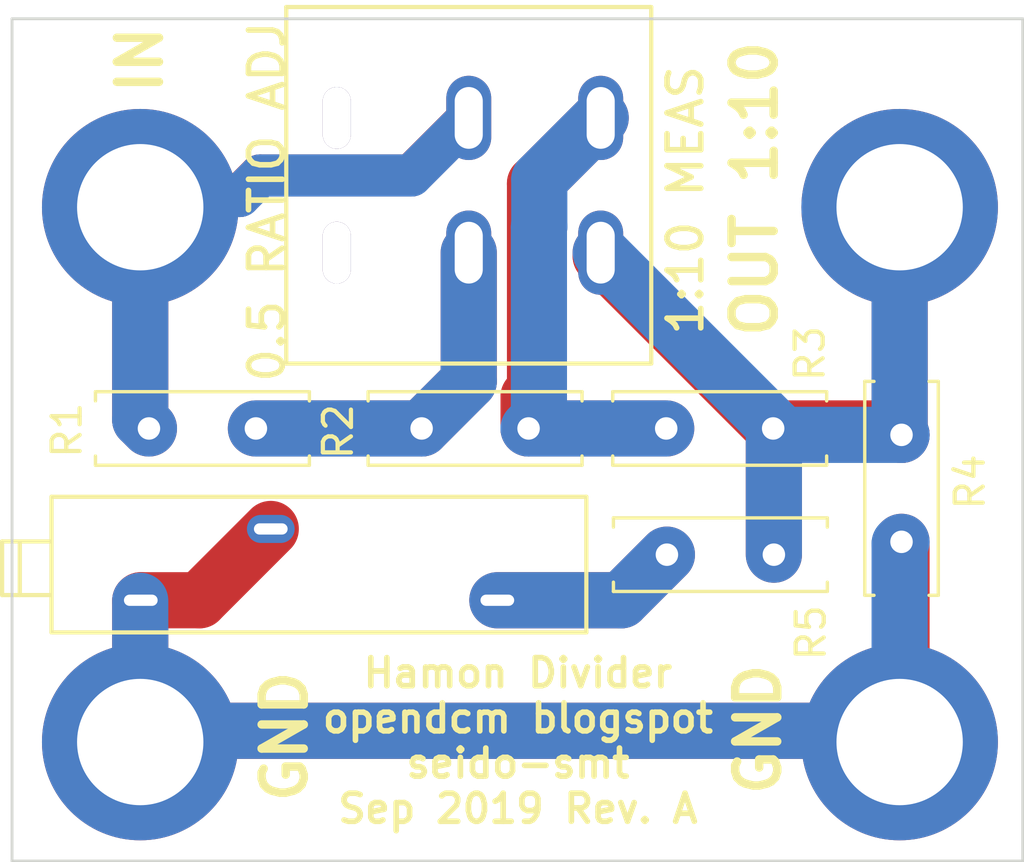
<source format=kicad_pcb>
(kicad_pcb (version 20171130) (host pcbnew 5.1.2-f72e74a~84~ubuntu14.04.1)

  (general
    (thickness 1.6)
    (drawings 11)
    (tracks 61)
    (zones 0)
    (modules 11)
    (nets 7)
  )

  (page A4)
  (layers
    (0 F.Cu signal)
    (31 B.Cu signal)
    (32 B.Adhes user)
    (33 F.Adhes user)
    (34 B.Paste user)
    (35 F.Paste user)
    (36 B.SilkS user)
    (37 F.SilkS user)
    (38 B.Mask user)
    (39 F.Mask user)
    (40 Dwgs.User user)
    (41 Cmts.User user)
    (42 Eco1.User user)
    (43 Eco2.User user)
    (44 Edge.Cuts user)
    (45 Margin user)
    (46 B.CrtYd user)
    (47 F.CrtYd user)
    (48 B.Fab user)
    (49 F.Fab user)
  )

  (setup
    (last_trace_width 0.25)
    (trace_clearance 0.2)
    (zone_clearance 0.508)
    (zone_45_only no)
    (trace_min 0.2)
    (via_size 0.8)
    (via_drill 0.4)
    (via_min_size 0.4)
    (via_min_drill 0.3)
    (uvia_size 0.3)
    (uvia_drill 0.1)
    (uvias_allowed no)
    (uvia_min_size 0.2)
    (uvia_min_drill 0.1)
    (edge_width 0.05)
    (segment_width 0.2)
    (pcb_text_width 0.3)
    (pcb_text_size 1.5 1.5)
    (mod_edge_width 0.12)
    (mod_text_size 1 1)
    (mod_text_width 0.15)
    (pad_size 1.7 1)
    (pad_drill 1.2)
    (pad_to_mask_clearance 0.051)
    (solder_mask_min_width 0.25)
    (aux_axis_origin 0 0)
    (visible_elements FFFFFF7F)
    (pcbplotparams
      (layerselection 0x010fc_ffffffff)
      (usegerberextensions false)
      (usegerberattributes false)
      (usegerberadvancedattributes false)
      (creategerberjobfile false)
      (excludeedgelayer true)
      (linewidth 0.100000)
      (plotframeref false)
      (viasonmask false)
      (mode 1)
      (useauxorigin false)
      (hpglpennumber 1)
      (hpglpenspeed 20)
      (hpglpendiameter 15.000000)
      (psnegative false)
      (psa4output false)
      (plotreference true)
      (plotvalue true)
      (plotinvisibletext false)
      (padsonsilk false)
      (subtractmaskfromsilk false)
      (outputformat 1)
      (mirror false)
      (drillshape 1)
      (scaleselection 1)
      (outputdirectory ""))
  )

  (net 0 "")
  (net 1 "Net-(R5-Pad2)")
  (net 2 "Net-(R1-Pad2)")
  (net 3 "Net-(R2-Pad2)")
  (net 4 GND)
  (net 5 IN)
  (net 6 OUT)

  (net_class Default "This is the default net class."
    (clearance 0.2)
    (trace_width 0.25)
    (via_dia 0.8)
    (via_drill 0.4)
    (uvia_dia 0.3)
    (uvia_drill 0.1)
    (add_net GND)
    (add_net IN)
    (add_net "Net-(R1-Pad2)")
    (add_net "Net-(R2-Pad2)")
    (add_net "Net-(R5-Pad2)")
    (add_net OUT)
  )

  (module hamon:Binding_Post_4mm (layer F.Cu) (tedit 5CB1739B) (tstamp 5D728D5B)
    (at 103.5662 75.7618)
    (path /5D72DE9E)
    (fp_text reference H2 (at 0 0.5) (layer F.SilkS)
      (effects (font (size 1 1) (thickness 0.15)))
    )
    (fp_text value GND (at 0 -0.5) (layer F.Fab)
      (effects (font (size 1 1) (thickness 0.15)))
    )
    (pad 1 thru_hole circle (at 0 0) (size 7 7) (drill 4.5) (layers *.Cu *.Mask)
      (net 4 GND))
  )

  (module hamon:Binding_Post_4mm (layer F.Cu) (tedit 5CB1739B) (tstamp 5D729047)
    (at 103.5662 56.7118)
    (path /5D72D6BB)
    (fp_text reference H1 (at 0 0.5) (layer F.SilkS)
      (effects (font (size 1 1) (thickness 0.15)))
    )
    (fp_text value Input (at 0 -0.5) (layer F.Fab)
      (effects (font (size 1 1) (thickness 0.15)))
    )
    (pad 1 thru_hole circle (at 0 0) (size 7 7) (drill 4.5) (layers *.Cu *.Mask)
      (net 5 IN))
  )

  (module hamon:M2021SS1W01 (layer F.Cu) (tedit 5D73E635) (tstamp 5D73AD20)
    (at 121.7676 49.5808 270)
    (path /5D7564E4)
    (fp_text reference SW1 (at 6.5024 -0.762 90) (layer F.SilkS) hide
      (effects (font (size 1 1) (thickness 0.15)))
    )
    (fp_text value SW_DPST (at 0 -0.5 90) (layer F.Fab) hide
      (effects (font (size 1 1) (thickness 0.15)))
    )
    (fp_line (start 0 0) (end 0 13) (layer F.SilkS) (width 0.15))
    (fp_line (start 0 13) (end 12.7 13) (layer F.SilkS) (width 0.15))
    (fp_line (start 12.7 0) (end 12.7 13) (layer F.SilkS) (width 0.15))
    (fp_line (start 0 0) (end 12.7 0) (layer F.SilkS) (width 0.15))
    (pad 5 thru_hole oval (at 8.75 6.5 270) (size 3 1.6) (drill oval 2.2 1) (layers *.Cu *.Mask)
      (net 2 "Net-(R1-Pad2)"))
    (pad 6 thru_hole oval (at 8.75 1.8 270) (size 3 1.6) (drill oval 2.2 1) (layers *.Cu *.Mask)
      (net 6 OUT))
    (pad 4 thru_hole oval (at 8.75 11.2 270) (size 2.2 1) (drill oval 2.2 1) (layers *.Cu *.Mask))
    (pad "" thru_hole oval (at 3.95 11.2 270) (size 2.2 1) (drill oval 2.2 1) (layers *.Cu *.Mask))
    (pad 2 thru_hole oval (at 3.95 6.5 270) (size 3 1.6) (drill oval 2.2 1) (layers *.Cu *.Mask)
      (net 5 IN))
    (pad 3 thru_hole oval (at 3.95 1.8 270) (size 3 1.6) (drill oval 2.2 1) (layers *.Cu *.Mask)
      (net 3 "Net-(R2-Pad2)"))
  )

  (module hamon:Accutrim_1280G_1285G (layer F.Cu) (tedit 5D73DA11) (tstamp 5D73D108)
    (at 119.4562 71.8566 180)
    (path /5D73835C)
    (fp_text reference RV1 (at 17.9832 5.8166) (layer F.SilkS) hide
      (effects (font (size 1 1) (thickness 0.15)))
    )
    (fp_text value R_POT (at 8.9408 0.9906) (layer F.Fab) hide
      (effects (font (size 1 1) (thickness 0.15)))
    )
    (fp_line (start 20.18 1.33) (end 20.18 3.22) (layer F.SilkS) (width 0.15))
    (fp_line (start 20.81 3.24) (end 19.06 3.24) (layer F.SilkS) (width 0.15))
    (fp_line (start 20.81 1.33) (end 20.81 3.24) (layer F.SilkS) (width 0.15))
    (fp_line (start 19.07 1.33) (end 20.81 1.33) (layer F.SilkS) (width 0.15))
    (fp_line (start 0 0) (end 0 4.83) (layer F.SilkS) (width 0.15))
    (fp_line (start 19.05 4.83) (end 0 4.83) (layer F.SilkS) (width 0.15))
    (fp_line (start 19.05 0) (end 19.05 4.83) (layer F.SilkS) (width 0.15))
    (fp_line (start 0 0) (end 19.05 0) (layer F.SilkS) (width 0.15))
    (pad 1 thru_hole oval (at 3.17 1.145 180) (size 1.7 1) (drill oval 1.2 0.4) (layers *.Cu *.Mask)
      (net 1 "Net-(R5-Pad2)"))
    (pad 3 thru_hole oval (at 15.87 1.145 180) (size 1.7 1) (drill oval 1.2 0.4) (layers *.Cu *.Mask)
      (net 4 GND))
    (pad 2 thru_hole oval (at 11.24 3.685 180) (size 1.7 1) (drill oval 1.2 0.4) (layers *.Cu *.Mask)
      (net 4 GND))
  )

  (module hamon:Binding_Post_4mm (layer F.Cu) (tedit 5CB1739B) (tstamp 5D72B75B)
    (at 130.6162 75.7618)
    (path /5D73AE7F)
    (fp_text reference H4 (at 0 0.5) (layer F.SilkS) hide
      (effects (font (size 1 1) (thickness 0.15)))
    )
    (fp_text value GND (at 0 -0.5) (layer F.Fab)
      (effects (font (size 1 1) (thickness 0.15)))
    )
    (pad 1 thru_hole circle (at 0 0) (size 7 7) (drill 4.5) (layers *.Cu *.Mask)
      (net 4 GND))
  )

  (module hamon:Binding_Post_4mm (layer F.Cu) (tedit 5CB1739B) (tstamp 5D728F6E)
    (at 130.6162 56.7118)
    (path /5D72E838)
    (fp_text reference H3 (at 0 0.5) (layer F.SilkS) hide
      (effects (font (size 1 1) (thickness 0.15)))
    )
    (fp_text value Output (at 0 -0.5) (layer F.Fab)
      (effects (font (size 1 1) (thickness 0.15)))
    )
    (pad 1 thru_hole circle (at 0 0) (size 7 7) (drill 4.5) (layers *.Cu *.Mask)
      (net 6 OUT))
  )

  (module hamon:Vishay_L7.62mm_D2.67mm_P3.81mm_Horizontal (layer F.Cu) (tedit 5C8E82DC) (tstamp 5D73D1A9)
    (at 124.2314 69.088 180)
    (descr "Resistor, Axial_DIN0207 series, Axial, Horizontal, pin pitch=7.62mm, 0.25W = 1/4W, length*diameter=6.3*2.5mm^2, http://cdn-reichelt.de/documents/datenblatt/B400/1_4W%23YAG.pdf")
    (tags "Resistor Axial_DIN0207 series Axial Horizontal pin pitch 7.62mm 0.25W = 1/4W length 6.3mm diameter 2.5mm")
    (path /5D73057B)
    (fp_text reference R5 (at -3.2258 -2.7813 90) (layer F.SilkS)
      (effects (font (size 1 1) (thickness 0.15)))
    )
    (fp_text value R (at 5.08 0) (layer F.Fab) hide
      (effects (font (size 1 1) (thickness 0.15)))
    )
    (fp_line (start -4 -1.6) (end 4 -1.6) (layer F.CrtYd) (width 0.05))
    (fp_line (start 4 1.6) (end 4 -1.6) (layer F.CrtYd) (width 0.05))
    (fp_line (start -4 1.6) (end 4 1.6) (layer F.CrtYd) (width 0.05))
    (fp_line (start -4 -1.6) (end -4 1.6) (layer F.CrtYd) (width 0.05))
    (fp_line (start 3.81 1.31) (end 3.81 0.98) (layer F.SilkS) (width 0.12))
    (fp_line (start -3.81 1.31) (end 3.81 1.31) (layer F.SilkS) (width 0.12))
    (fp_line (start -3.81 0.98) (end -3.81 1.31) (layer F.SilkS) (width 0.12))
    (fp_line (start 3.81 -1.31) (end 3.81 -0.98) (layer F.SilkS) (width 0.12))
    (fp_line (start -3.81 -1.31) (end 3.81 -1.31) (layer F.SilkS) (width 0.12))
    (fp_line (start -3.81 -0.98) (end -3.81 -1.31) (layer F.SilkS) (width 0.12))
    (fp_line (start -3.81 -1.25) (end 3.81 -1.25) (layer F.Fab) (width 0.1))
    (fp_line (start 3.81 1.25) (end 3.81 -1.25) (layer F.Fab) (width 0.1))
    (fp_line (start -3.81 1.25) (end 3.81 1.25) (layer F.Fab) (width 0.1))
    (fp_line (start -3.81 -1.25) (end -3.81 1.25) (layer F.Fab) (width 0.1))
    (pad 2 thru_hole oval (at 1.905 0 180) (size 1.6 1.6) (drill 0.8) (layers *.Cu *.Mask)
      (net 1 "Net-(R5-Pad2)"))
    (pad 1 thru_hole circle (at -1.905 0 180) (size 1.6 1.6) (drill 0.8) (layers *.Cu *.Mask)
      (net 6 OUT))
    (model ${KISYS3DMOD}/Resistors_THT.3dshapes/R_Axial_DIN0207_L6.3mm_D2.5mm_P7.62mm_Horizontal.wrl
      (at (xyz 0 0 0))
      (scale (xyz 0.393701 0.393701 0.393701))
      (rotate (xyz 0 0 0))
    )
  )

  (module hamon:Vishay_L7.62mm_D2.67mm_P3.81mm_Horizontal (layer F.Cu) (tedit 5C8E82DC) (tstamp 5D73D1E2)
    (at 130.683 66.7258 270)
    (descr "Resistor, Axial_DIN0207 series, Axial, Horizontal, pin pitch=7.62mm, 0.25W = 1/4W, length*diameter=6.3*2.5mm^2, http://cdn-reichelt.de/documents/datenblatt/B400/1_4W%23YAG.pdf")
    (tags "Resistor Axial_DIN0207 series Axial Horizontal pin pitch 7.62mm 0.25W = 1/4W length 6.3mm diameter 2.5mm")
    (path /5D72D04E)
    (fp_text reference R4 (at -0.2286 -2.4384 90) (layer F.SilkS)
      (effects (font (size 1 1) (thickness 0.15)))
    )
    (fp_text value R (at 4.9022 0.1016 90) (layer F.Fab) hide
      (effects (font (size 1 1) (thickness 0.15)))
    )
    (fp_line (start -4 -1.6) (end 4 -1.6) (layer F.CrtYd) (width 0.05))
    (fp_line (start 4 1.6) (end 4 -1.6) (layer F.CrtYd) (width 0.05))
    (fp_line (start -4 1.6) (end 4 1.6) (layer F.CrtYd) (width 0.05))
    (fp_line (start -4 -1.6) (end -4 1.6) (layer F.CrtYd) (width 0.05))
    (fp_line (start 3.81 1.31) (end 3.81 0.98) (layer F.SilkS) (width 0.12))
    (fp_line (start -3.81 1.31) (end 3.81 1.31) (layer F.SilkS) (width 0.12))
    (fp_line (start -3.81 0.98) (end -3.81 1.31) (layer F.SilkS) (width 0.12))
    (fp_line (start 3.81 -1.31) (end 3.81 -0.98) (layer F.SilkS) (width 0.12))
    (fp_line (start -3.81 -1.31) (end 3.81 -1.31) (layer F.SilkS) (width 0.12))
    (fp_line (start -3.81 -0.98) (end -3.81 -1.31) (layer F.SilkS) (width 0.12))
    (fp_line (start -3.81 -1.25) (end 3.81 -1.25) (layer F.Fab) (width 0.1))
    (fp_line (start 3.81 1.25) (end 3.81 -1.25) (layer F.Fab) (width 0.1))
    (fp_line (start -3.81 1.25) (end 3.81 1.25) (layer F.Fab) (width 0.1))
    (fp_line (start -3.81 -1.25) (end -3.81 1.25) (layer F.Fab) (width 0.1))
    (pad 2 thru_hole oval (at 1.905 0 270) (size 1.6 1.6) (drill 0.8) (layers *.Cu *.Mask)
      (net 4 GND))
    (pad 1 thru_hole circle (at -1.905 0 270) (size 1.6 1.6) (drill 0.8) (layers *.Cu *.Mask)
      (net 6 OUT))
    (model ${KISYS3DMOD}/Resistors_THT.3dshapes/R_Axial_DIN0207_L6.3mm_D2.5mm_P7.62mm_Horizontal.wrl
      (at (xyz 0 0 0))
      (scale (xyz 0.393701 0.393701 0.393701))
      (rotate (xyz 0 0 0))
    )
  )

  (module hamon:Vishay_L7.62mm_D2.67mm_P3.81mm_Horizontal (layer F.Cu) (tedit 5C8E82DC) (tstamp 5D73D170)
    (at 124.206 64.5922)
    (descr "Resistor, Axial_DIN0207 series, Axial, Horizontal, pin pitch=7.62mm, 0.25W = 1/4W, length*diameter=6.3*2.5mm^2, http://cdn-reichelt.de/documents/datenblatt/B400/1_4W%23YAG.pdf")
    (tags "Resistor Axial_DIN0207 series Axial Horizontal pin pitch 7.62mm 0.25W = 1/4W length 6.3mm diameter 2.5mm")
    (path /5D72CBBC)
    (fp_text reference R3 (at 3.2131 -2.667 90) (layer F.SilkS)
      (effects (font (size 1 1) (thickness 0.15)))
    )
    (fp_text value R (at 4.9022 -0.0762) (layer F.Fab) hide
      (effects (font (size 1 1) (thickness 0.15)))
    )
    (fp_line (start -4 -1.6) (end 4 -1.6) (layer F.CrtYd) (width 0.05))
    (fp_line (start 4 1.6) (end 4 -1.6) (layer F.CrtYd) (width 0.05))
    (fp_line (start -4 1.6) (end 4 1.6) (layer F.CrtYd) (width 0.05))
    (fp_line (start -4 -1.6) (end -4 1.6) (layer F.CrtYd) (width 0.05))
    (fp_line (start 3.81 1.31) (end 3.81 0.98) (layer F.SilkS) (width 0.12))
    (fp_line (start -3.81 1.31) (end 3.81 1.31) (layer F.SilkS) (width 0.12))
    (fp_line (start -3.81 0.98) (end -3.81 1.31) (layer F.SilkS) (width 0.12))
    (fp_line (start 3.81 -1.31) (end 3.81 -0.98) (layer F.SilkS) (width 0.12))
    (fp_line (start -3.81 -1.31) (end 3.81 -1.31) (layer F.SilkS) (width 0.12))
    (fp_line (start -3.81 -0.98) (end -3.81 -1.31) (layer F.SilkS) (width 0.12))
    (fp_line (start -3.81 -1.25) (end 3.81 -1.25) (layer F.Fab) (width 0.1))
    (fp_line (start 3.81 1.25) (end 3.81 -1.25) (layer F.Fab) (width 0.1))
    (fp_line (start -3.81 1.25) (end 3.81 1.25) (layer F.Fab) (width 0.1))
    (fp_line (start -3.81 -1.25) (end -3.81 1.25) (layer F.Fab) (width 0.1))
    (pad 2 thru_hole oval (at 1.905 0) (size 1.6 1.6) (drill 0.8) (layers *.Cu *.Mask)
      (net 6 OUT))
    (pad 1 thru_hole circle (at -1.905 0) (size 1.6 1.6) (drill 0.8) (layers *.Cu *.Mask)
      (net 3 "Net-(R2-Pad2)"))
    (model ${KISYS3DMOD}/Resistors_THT.3dshapes/R_Axial_DIN0207_L6.3mm_D2.5mm_P7.62mm_Horizontal.wrl
      (at (xyz 0 0 0))
      (scale (xyz 0.393701 0.393701 0.393701))
      (rotate (xyz 0 0 0))
    )
  )

  (module hamon:Vishay_L7.62mm_D2.67mm_P3.81mm_Horizontal (layer F.Cu) (tedit 5C8E82DC) (tstamp 5D73D0D4)
    (at 115.4938 64.5922)
    (descr "Resistor, Axial_DIN0207 series, Axial, Horizontal, pin pitch=7.62mm, 0.25W = 1/4W, length*diameter=6.3*2.5mm^2, http://cdn-reichelt.de/documents/datenblatt/B400/1_4W%23YAG.pdf")
    (tags "Resistor Axial_DIN0207 series Axial Horizontal pin pitch 7.62mm 0.25W = 1/4W length 6.3mm diameter 2.5mm")
    (path /5D72CA1B)
    (fp_text reference R2 (at -4.8768 0.1143 90) (layer F.SilkS)
      (effects (font (size 1 1) (thickness 0.15)))
    )
    (fp_text value R (at -5.0292 -0.1016) (layer F.Fab) hide
      (effects (font (size 1 1) (thickness 0.15)))
    )
    (fp_line (start -4 -1.6) (end 4 -1.6) (layer F.CrtYd) (width 0.05))
    (fp_line (start 4 1.6) (end 4 -1.6) (layer F.CrtYd) (width 0.05))
    (fp_line (start -4 1.6) (end 4 1.6) (layer F.CrtYd) (width 0.05))
    (fp_line (start -4 -1.6) (end -4 1.6) (layer F.CrtYd) (width 0.05))
    (fp_line (start 3.81 1.31) (end 3.81 0.98) (layer F.SilkS) (width 0.12))
    (fp_line (start -3.81 1.31) (end 3.81 1.31) (layer F.SilkS) (width 0.12))
    (fp_line (start -3.81 0.98) (end -3.81 1.31) (layer F.SilkS) (width 0.12))
    (fp_line (start 3.81 -1.31) (end 3.81 -0.98) (layer F.SilkS) (width 0.12))
    (fp_line (start -3.81 -1.31) (end 3.81 -1.31) (layer F.SilkS) (width 0.12))
    (fp_line (start -3.81 -0.98) (end -3.81 -1.31) (layer F.SilkS) (width 0.12))
    (fp_line (start -3.81 -1.25) (end 3.81 -1.25) (layer F.Fab) (width 0.1))
    (fp_line (start 3.81 1.25) (end 3.81 -1.25) (layer F.Fab) (width 0.1))
    (fp_line (start -3.81 1.25) (end 3.81 1.25) (layer F.Fab) (width 0.1))
    (fp_line (start -3.81 -1.25) (end -3.81 1.25) (layer F.Fab) (width 0.1))
    (pad 2 thru_hole oval (at 1.905 0) (size 1.6 1.6) (drill 0.8) (layers *.Cu *.Mask)
      (net 3 "Net-(R2-Pad2)"))
    (pad 1 thru_hole circle (at -1.905 0) (size 1.6 1.6) (drill 0.8) (layers *.Cu *.Mask)
      (net 2 "Net-(R1-Pad2)"))
    (model ${KISYS3DMOD}/Resistors_THT.3dshapes/R_Axial_DIN0207_L6.3mm_D2.5mm_P7.62mm_Horizontal.wrl
      (at (xyz 0 0 0))
      (scale (xyz 0.393701 0.393701 0.393701))
      (rotate (xyz 0 0 0))
    )
  )

  (module hamon:Vishay_L7.62mm_D2.67mm_P3.81mm_Horizontal (layer F.Cu) (tedit 5C8E82DC) (tstamp 5D73E5D1)
    (at 105.7816 64.5922)
    (descr "Resistor, Axial_DIN0207 series, Axial, Horizontal, pin pitch=7.62mm, 0.25W = 1/4W, length*diameter=6.3*2.5mm^2, http://cdn-reichelt.de/documents/datenblatt/B400/1_4W%23YAG.pdf")
    (tags "Resistor Axial_DIN0207 series Axial Horizontal pin pitch 7.62mm 0.25W = 1/4W length 6.3mm diameter 2.5mm")
    (path /5D72C352)
    (fp_text reference R1 (at -4.8293 0.0635 90) (layer F.SilkS)
      (effects (font (size 1 1) (thickness 0.15)))
    )
    (fp_text value R (at 5.0292 0.254) (layer F.Fab) hide
      (effects (font (size 1 1) (thickness 0.15)))
    )
    (fp_line (start -4 -1.6) (end 4 -1.6) (layer F.CrtYd) (width 0.05))
    (fp_line (start 4 1.6) (end 4 -1.6) (layer F.CrtYd) (width 0.05))
    (fp_line (start -4 1.6) (end 4 1.6) (layer F.CrtYd) (width 0.05))
    (fp_line (start -4 -1.6) (end -4 1.6) (layer F.CrtYd) (width 0.05))
    (fp_line (start 3.81 1.31) (end 3.81 0.98) (layer F.SilkS) (width 0.12))
    (fp_line (start -3.81 1.31) (end 3.81 1.31) (layer F.SilkS) (width 0.12))
    (fp_line (start -3.81 0.98) (end -3.81 1.31) (layer F.SilkS) (width 0.12))
    (fp_line (start 3.81 -1.31) (end 3.81 -0.98) (layer F.SilkS) (width 0.12))
    (fp_line (start -3.81 -1.31) (end 3.81 -1.31) (layer F.SilkS) (width 0.12))
    (fp_line (start -3.81 -0.98) (end -3.81 -1.31) (layer F.SilkS) (width 0.12))
    (fp_line (start -3.81 -1.25) (end 3.81 -1.25) (layer F.Fab) (width 0.1))
    (fp_line (start 3.81 1.25) (end 3.81 -1.25) (layer F.Fab) (width 0.1))
    (fp_line (start -3.81 1.25) (end 3.81 1.25) (layer F.Fab) (width 0.1))
    (fp_line (start -3.81 -1.25) (end -3.81 1.25) (layer F.Fab) (width 0.1))
    (pad 2 thru_hole oval (at 1.905 0) (size 1.6 1.6) (drill 0.8) (layers *.Cu *.Mask)
      (net 2 "Net-(R1-Pad2)"))
    (pad 1 thru_hole circle (at -1.905 0) (size 1.6 1.6) (drill 0.8) (layers *.Cu *.Mask)
      (net 5 IN))
    (model ${KISYS3DMOD}/Resistors_THT.3dshapes/R_Axial_DIN0207_L6.3mm_D2.5mm_P7.62mm_Horizontal.wrl
      (at (xyz 0 0 0))
      (scale (xyz 0.393701 0.393701 0.393701))
      (rotate (xyz 0 0 0))
    )
  )

  (gr_text "OUT 1:10" (at 125.4506 56.0578 90) (layer F.SilkS)
    (effects (font (size 1.5 1.5) (thickness 0.3)))
  )
  (gr_text IN (at 103.5558 51.4604 90) (layer F.SilkS)
    (effects (font (size 1.5 1.5) (thickness 0.3)))
  )
  (gr_text GND (at 125.5776 75.311 90) (layer F.SilkS) (tstamp 5D73E3F5)
    (effects (font (size 1.5 1.5) (thickness 0.3)))
  )
  (gr_text GND (at 108.712 75.565 90) (layer F.SilkS)
    (effects (font (size 1.5 1.5) (thickness 0.3)))
  )
  (gr_text "1:10 MEAS" (at 122.9868 56.4642 90) (layer F.SilkS)
    (effects (font (size 1.2 1.2) (thickness 0.2)))
  )
  (gr_text "0.5 RATIO ADJ" (at 108.077 56.515 90) (layer F.SilkS)
    (effects (font (size 1.2 1.2) (thickness 0.2)))
  )
  (gr_text "Hamon Divider\nopendcm blogspot\nseido-smt\nSep 2019 Rev. A" (at 117.0178 75.7174) (layer F.SilkS)
    (effects (font (size 1 1) (thickness 0.2)))
  )
  (gr_line (start 99 50) (end 99 80) (layer Edge.Cuts) (width 0.1))
  (gr_line (start 99 80) (end 135 80) (layer Edge.Cuts) (width 0.1))
  (gr_line (start 135 50) (end 135 80) (layer Edge.Cuts) (width 0.1))
  (gr_line (start 99 50) (end 135 50) (layer Edge.Cuts) (width 0.1))

  (segment (start 120.7028 70.7116) (end 122.3264 69.088) (width 2) (layer F.Cu) (net 1))
  (segment (start 116.2862 70.7116) (end 120.7028 70.7116) (width 2) (layer F.Cu) (net 1))
  (segment (start 120.7028 70.7116) (end 122.3264 69.088) (width 2) (layer B.Cu) (net 1))
  (segment (start 116.2862 70.7116) (end 120.7028 70.7116) (width 2) (layer B.Cu) (net 1))
  (segment (start 115.2676 62.9134) (end 113.5888 64.5922) (width 2) (layer F.Cu) (net 2))
  (segment (start 115.2676 58.3308) (end 115.2676 62.9134) (width 2) (layer F.Cu) (net 2))
  (segment (start 107.6866 64.5922) (end 113.5888 64.5922) (width 2) (layer F.Cu) (net 2))
  (segment (start 107.6866 64.5922) (end 113.5888 64.5922) (width 2) (layer B.Cu) (net 2))
  (segment (start 115.2676 62.9134) (end 113.5888 64.5922) (width 2) (layer B.Cu) (net 2))
  (segment (start 115.2676 58.3308) (end 115.2676 62.9134) (width 2) (layer B.Cu) (net 2))
  (segment (start 117.3988 64.5922) (end 122.301 64.5922) (width 2) (layer F.Cu) (net 3))
  (segment (start 117.3988 64.5922) (end 122.301 64.5922) (width 2) (layer B.Cu) (net 3))
  (segment (start 117.767592 64.223408) (end 117.3988 64.5922) (width 2) (layer B.Cu) (net 3))
  (segment (start 117.767592 57.419526) (end 117.767592 64.223408) (width 2) (layer B.Cu) (net 3))
  (segment (start 117.7798 57.407318) (end 117.767592 57.419526) (width 2) (layer B.Cu) (net 3))
  (segment (start 117.7798 55.7186) (end 117.7798 57.407318) (width 2) (layer B.Cu) (net 3))
  (segment (start 119.9676 53.5308) (end 117.7798 55.7186) (width 2) (layer B.Cu) (net 3))
  (segment (start 117.3988 63.46083) (end 117.3988 64.5922) (width 2) (layer F.Cu) (net 3))
  (segment (start 117.6274 63.23223) (end 117.3988 63.46083) (width 2) (layer F.Cu) (net 3))
  (segment (start 117.6274 55.871) (end 117.6274 63.23223) (width 2) (layer F.Cu) (net 3))
  (segment (start 119.9676 53.5308) (end 117.6274 55.871) (width 2) (layer F.Cu) (net 3))
  (segment (start 130.683 75.295) (end 130.6162 75.3618) (width 2) (layer F.Cu) (net 4))
  (segment (start 130.683 68.6308) (end 130.683 75.295) (width 2) (layer F.Cu) (net 4))
  (segment (start 105.6762 70.7116) (end 108.2162 68.1716) (width 2) (layer F.Cu) (net 4))
  (segment (start 103.5862 70.7116) (end 105.6762 70.7116) (width 2) (layer F.Cu) (net 4))
  (segment (start 130.6162 68.6976) (end 130.683 68.6308) (width 2) (layer B.Cu) (net 4))
  (segment (start 130.6162 75.3618) (end 130.6162 68.6976) (width 2) (layer B.Cu) (net 4))
  (segment (start 103.5662 75.3618) (end 103.5662 70.7316) (width 2) (layer B.Cu) (net 4) (status 1000000))
  (segment (start 103.5662 75.3618) (end 103.5662 70.7316) (width 2) (layer F.Cu) (net 4) (status 1000000))
  (segment (start 103.5662 70.7316) (end 103.5862 70.7116) (width 2) (layer F.Cu) (net 4) (status 1000000))
  (segment (start 103.5662 75.3618) (end 130.6162 75.3618) (width 2) (layer B.Cu) (net 4))
  (segment (start 130.6162 75.3618) (end 103.5662 75.3618) (width 2) (layer F.Cu) (net 4) (status 1000000))
  (segment (start 103.5662 56.3118) (end 103.5662 64.2818) (width 2) (layer B.Cu) (net 5) (status 1000000))
  (segment (start 103.5662 64.2818) (end 103.8766 64.5922) (width 2) (layer B.Cu) (net 5) (status 1000000))
  (segment (start 103.5662 56.3118) (end 103.5662 64.2818) (width 2) (layer F.Cu) (net 5) (status 1000000))
  (segment (start 103.5662 64.2818) (end 103.8766 64.5922) (width 2) (layer F.Cu) (net 5) (status 1000000))
  (segment (start 115.2676 53.5408) (end 113.22759 55.58081) (width 1.5) (layer B.Cu) (net 5) (status 1000000))
  (segment (start 107.84279 55.58081) (end 107.1118 56.3118) (width 1.5) (layer B.Cu) (net 5) (status 1000000))
  (segment (start 107.1118 56.3118) (end 103.5662 56.3118) (width 1.5) (layer B.Cu) (net 5) (status 1000000))
  (segment (start 113.22759 55.58081) (end 107.84279 55.58081) (width 1.5) (layer B.Cu) (net 5) (status 1000000))
  (segment (start 115.2676 53.5308) (end 115.2676 53.5408) (width 1.5) (layer B.Cu) (net 5) (status 1000000))
  (segment (start 103.5662 56.3118) (end 107.101733 56.3118) (width 1.5) (layer F.Cu) (net 5) (status 1000000))
  (segment (start 107.101733 56.3118) (end 107.832723 55.58081) (width 1.5) (layer F.Cu) (net 5) (status 1000000))
  (segment (start 107.832723 55.58081) (end 113.21759 55.58081) (width 1.5) (layer F.Cu) (net 5) (status 1000000))
  (segment (start 113.21759 55.58081) (end 115.2676 53.5308) (width 1.5) (layer F.Cu) (net 5) (status 1000000))
  (segment (start 130.4544 64.5922) (end 130.683 64.8208) (width 2) (layer F.Cu) (net 6))
  (segment (start 126.111 64.5922) (end 130.4544 64.5922) (width 2) (layer F.Cu) (net 6))
  (segment (start 130.6162 64.754) (end 130.683 64.8208) (width 2) (layer F.Cu) (net 6))
  (segment (start 130.6162 56.3118) (end 130.6162 64.754) (width 2) (layer F.Cu) (net 6))
  (segment (start 126.1364 64.6176) (end 126.111 64.5922) (width 2) (layer F.Cu) (net 6))
  (segment (start 126.1364 69.088) (end 126.1364 64.6176) (width 2) (layer F.Cu) (net 6))
  (segment (start 119.9676 58.4488) (end 126.111 64.5922) (width 2) (layer F.Cu) (net 6))
  (segment (start 119.9676 58.3308) (end 119.9676 58.4488) (width 2) (layer F.Cu) (net 6))
  (segment (start 130.6162 64.754) (end 130.683 64.8208) (width 2) (layer B.Cu) (net 6))
  (segment (start 130.6162 56.3118) (end 130.6162 64.754) (width 2) (layer B.Cu) (net 6))
  (segment (start 126.3396 64.8208) (end 126.111 64.5922) (width 2) (layer B.Cu) (net 6))
  (segment (start 130.683 64.8208) (end 126.3396 64.8208) (width 2) (layer B.Cu) (net 6))
  (segment (start 126.1364 64.6176) (end 126.111 64.5922) (width 2) (layer B.Cu) (net 6))
  (segment (start 126.1364 69.088) (end 126.1364 64.6176) (width 2) (layer B.Cu) (net 6))
  (segment (start 126.111 64.4742) (end 119.9676 58.3308) (width 2) (layer B.Cu) (net 6))
  (segment (start 126.111 64.5922) (end 126.111 64.4742) (width 2) (layer B.Cu) (net 6))

  (zone (net 4) (net_name GND) (layer F.Cu) (tstamp 0) (hatch edge 0.508)
    (connect_pads (clearance 0.508))
    (min_thickness 0.254)
    (fill (arc_segments 32) (thermal_gap 0.508) (thermal_bridge_width 0.508))
    (polygon
      (pts
        (xy 99.0854 66.548) (xy 134.874 66.548) (xy 134.874 79.883) (xy 99.1108 79.883)
      )
    )
  )
  (zone (net 4) (net_name GND) (layer B.Cu) (tstamp 5D73E85A) (hatch edge 0.508)
    (connect_pads (clearance 0.508))
    (min_thickness 0.254)
    (fill (arc_segments 32) (thermal_gap 0.508) (thermal_bridge_width 0.508))
    (polygon
      (pts
        (xy 99.0854 66.548) (xy 134.874 66.548) (xy 134.874 79.883) (xy 99.1108 79.883)
      )
    )
  )
  (zone (net 5) (net_name IN) (layer F.Cu) (tstamp 0) (hatch edge 0.508)
    (connect_pads (clearance 0.508))
    (min_thickness 0.254)
    (fill (arc_segments 32) (thermal_gap 0.508) (thermal_bridge_width 0.508))
    (polygon
      (pts
        (xy 99.0854 66.04) (xy 105.8164 66.04) (xy 105.8164 62.9412) (xy 113.538 62.9412) (xy 113.538 57.0484)
        (xy 116.1288 54.991) (xy 116.1288 50.071274) (xy 99.06 50.0634)
      )
    )
  )
  (zone (net 5) (net_name IN) (layer B.Cu) (tstamp 5D73F0D0) (hatch edge 0.508)
    (connect_pads (clearance 0.508))
    (min_thickness 0.254)
    (fill (arc_segments 32) (thermal_gap 0.508) (thermal_bridge_width 0.508))
    (polygon
      (pts
        (xy 99.0854 66.04) (xy 105.8164 66.04) (xy 105.8164 62.9412) (xy 113.538 62.9412) (xy 113.538 57.0484)
        (xy 116.1288 54.991) (xy 116.1288 50.0761) (xy 99.06 50.0634)
      )
    )
  )
)

</source>
